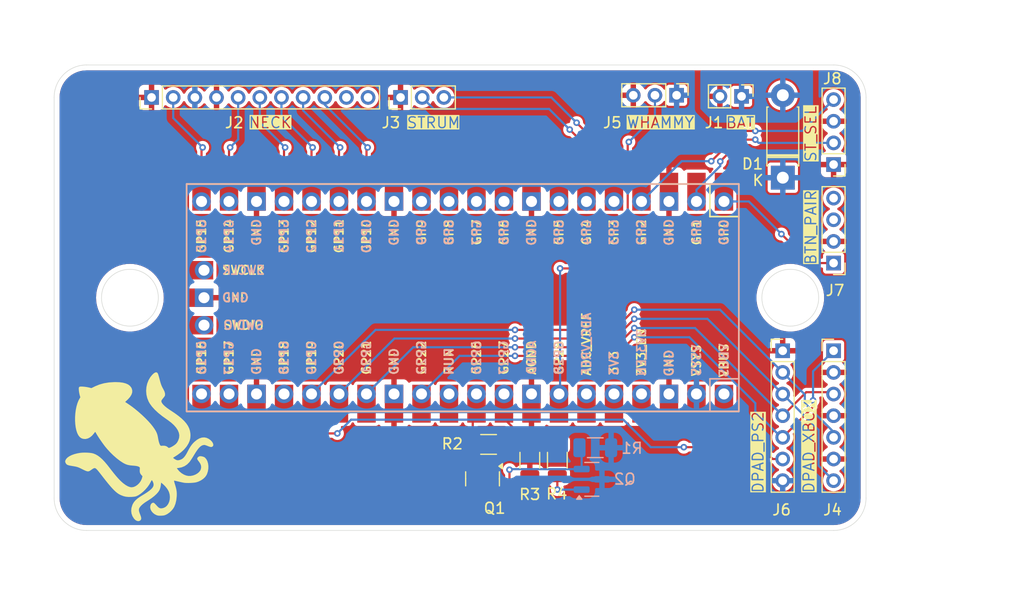
<source format=kicad_pcb>
(kicad_pcb (version 20240108) (generator "pcbnew") (generator_version "8.0")
  (layers (0 "F.Cu" signal) (31 "B.Cu" signal) (34 "B.Paste" user) (35 "F.Paste" user) (36 "B.SilkS" user "B.Silkscreen") (37 "F.SilkS" user "F.Silkscreen") (38 "B.Mask" user) (39 "F.Mask" user) (44 "Edge.Cuts" user))
  (net 0 "")
  (net 1 "GND")
  (net 9 "FRET_GREEN")
  (net 11 "FRET_YELLOW")
  (net 13 "NECK_SLIDER")
  (net 14 "FRET_BLUE")
  (net 17 "VCC")
  (net 18 "FRET_RED")
  (net 19 "FRET_ORANGE")
  (net 20 "STRUM_UP")
  (net 21 "STRUM_DOWN")
  (net 22 "DPAD_RIGHT")
  (net 23 "DPAD_LEFT")
  (net 24 "DPAD_DOWN")
  (net 25 "DPAD_UP")
  (net 26 "WHAMMY")
  (net 27 "PS2_LED")
  (net 28 "BTN_PAIRING")
  (net 31 "BTN_START")
  (net 32 "BTN_SELECT")
  (net 38 "Net-(Q1-B)")
  (net 39 "Net-(Q1-C)")
  (net 40 "Net-(Q2-D)")
  (net 41 "VBAT_SENSE_SWITCH")
  (net 42 "VBAT_SENSE")
  (net 43 "/VBAT")
  (footprint "Connector_PinHeader_2.00mm:PinHeader_1x11_P2.00mm_Vertical" (layer "F.Cu") (at 168 51 90)
    (property "Reference" "J2" (at -2.334 7.637 180) (layer "F.SilkS"))
    (property "Value" "NECK")
    (pad "1" thru_hole rect (at 0 0 90) (size 1.35 1.35) (drill 0.8) (layers "*.Cu" "*.Mask") (net 1 "GND"))
    (pad "2" thru_hole oval (at 0 2 90) (size 1.35 1.35) (drill 0.8) (layers "*.Cu" "*.Mask") (net 13 "NECK_SLIDER"))
    (pad "3" thru_hole oval (at 0 4 90) (size 1.35 1.35) (drill 0.8) (layers "*.Cu" "*.Mask") (net 17 "VCC"))
    (pad "4" thru_hole oval (at 0 6 90) (size 1.35 1.35) (drill 0.8) (layers "*.Cu" "*.Mask") (net 1 "GND"))
    (pad "5" thru_hole oval (at 0 8 90) (size 1.35 1.35) (drill 0.8) (layers "*.Cu" "*.Mask") (net 9 "FRET_GREEN"))
    (pad "6" thru_hole oval (at 0 10 90) (size 1.35 1.35) (drill 0.8) (layers "*.Cu" "*.Mask") (net 18 "FRET_RED"))
    (pad "7" thru_hole oval (at 0 12 90) (size 1.35 1.35) (drill 0.8) (layers "*.Cu" "*.Mask") (net 11 "FRET_YELLOW"))
    (pad "8" thru_hole oval (at 0 14 90) (size 1.35 1.35) (drill 0.8) (layers "*.Cu" "*.Mask") (net 14 "FRET_BLUE"))
    (pad "9" thru_hole oval (at 0 16 90) (size 1.35 1.35) (drill 0.8) (layers "*.Cu" "*.Mask") (net 19 "FRET_ORANGE"))
    (pad "10" thru_hole oval (at 0 18 90) (size 1.35 1.35) (drill 0.8) (layers "*.Cu" "*.Mask"))
    (pad "11" thru_hole oval (at 0 20 90) (size 1.35 1.35) (drill 0.8) (layers "*.Cu" "*.Mask"))
  )
  (footprint "Connector_PinHeader_2.00mm:PinHeader_1x04_P2.00mm_Vertical" (layer "F.Cu") (at 231 66.3 180)
    (property "Reference" "J7" (at -0.136 -2.528 0) (layer "F.SilkS"))
    (property "Value" "PAIRING_BTN_XBOX")
    (pad "1" thru_hole rect (at 0 0 180) (size 1.35 1.35) (drill 0.8) (layers "*.Cu" "*.Mask") (net 28 "BTN_PAIRING"))
    (pad "2" thru_hole oval (at 0 2 180) (size 1.35 1.35) (drill 0.8) (layers "*.Cu" "*.Mask") (net 1 "GND"))
    (pad "3" thru_hole oval (at 0 4 180) (size 1.35 1.35) (drill 0.8) (layers "*.Cu" "*.Mask"))
    (pad "4" thru_hole oval (at 0 6 180) (size 1.35 1.35) (drill 0.8) (layers "*.Cu" "*.Mask"))
  )
  (footprint "Package_TO_SOT_SMD:SOT-23" (layer "F.Cu") (at 198.5732 86.2293 -90)
    (property "Reference" "Q1" (at 2.7155 -1.1176 180) (layer "F.SilkS"))
    (property "Value" "BC847")
    (pad "1" smd roundrect (at -0.9375 -0.95 270) (size 1.475 0.6) (layers "F.Cu" "F.Paste" "F.Mask") (net 38 "Net-(Q1-B)"))
    (pad "2" smd roundrect (at -0.9375 0.95 270) (size 1.475 0.6) (layers "F.Cu" "F.Paste" "F.Mask") (net 1 "GND"))
    (pad "3" smd roundrect (at 0.9375 0 270) (size 1.475 0.6) (layers "F.Cu" "F.Paste" "F.Mask") (net 39 "Net-(Q1-C)"))
  )
  (footprint "Connector_PinHeader_2.00mm:PinHeader_1x02_P2.00mm_Vertical" (layer "F.Cu") (at 222.5 50.9 -90)
    (property "Reference" "J1" (at 2.434 2.54 180) (layer "F.SilkS"))
    (property "Value" "BAT")
    (pad "1" thru_hole rect (at 0 0 270) (size 1.35 1.35) (drill 0.8) (layers "*.Cu" "*.Mask") (net 43 "/VBAT"))
    (pad "2" thru_hole oval (at 0 2 270) (size 1.35 1.35) (drill 0.8) (layers "*.Cu" "*.Mask") (net 1 "GND"))
  )
  (footprint "Connector_PinHeader_2.00mm:PinHeader_1x03_P2.00mm_Vertical" (layer "F.Cu") (at 191 51 90)
    (property "Reference" "J3" (at -2.334 -0.885 180) (layer "F.SilkS"))
    (property "Value" "STRUM")
    (pad "1" thru_hole rect (at 0 0 90) (size 1.35 1.35) (drill 0.8) (layers "*.Cu" "*.Mask") (net 1 "GND"))
    (pad "2" thru_hole oval (at 0 2 90) (size 1.35 1.35) (drill 0.8) (layers "*.Cu" "*.Mask") (net 21 "STRUM_DOWN"))
    (pad "3" thru_hole oval (at 0 4 90) (size 1.35 1.35) (drill 0.8) (layers "*.Cu" "*.Mask") (net 20 "STRUM_UP"))
  )
  (footprint "ScottoKeebs_MCU:Raspberry_Pi_Pico" (layer "F.Cu") (at 196.744999 69.499999 -90)
    (property "Reference" "U1" (hide yes))
    (property "Value" "Raspberry_Pi_Pico" (hide yes))
    (fp_text user "GP2" (at -6.04 -16.51 90) (layer "B.SilkS") (effects (font (size 0.8 0.8)) (justify mirror)))
    (fp_text user "GP22" (at 5.54 3.81 90) (layer "B.SilkS") (effects (font (size 0.8 0.8)) (justify mirror)))
    (fp_text user "GP1" (at -6.04 -21.6 90) (layer "B.SilkS") (effects (font (size 0.8 0.8)) (justify mirror)))
    (fp_text user "GP15" (at -5.69 24.13 90) (layer "B.SilkS") (effects (font (size 0.8 0.8)) (justify mirror)))
    (fp_text user "GND" (at 6.04 -19.05 90) (layer "B.SilkS") (effects (font (size 0.8 0.8)) (justify mirror)))
    (fp_text user "GP10" (at -5.69 8.89 90) (layer "B.SilkS") (effects (font (size 0.8 0.8)) (justify mirror)))
    (fp_text user "GP13" (at -5.69 16.51 90) (layer "B.SilkS") (effects (font (size 0.8 0.8)) (justify mirror)))
    (fp_text user "VSYS" (at 5.79 -21.59 90) (layer "B.SilkS") (effects (font (size 0.8 0.8)) (justify mirror)))
    (fp_text user "GND" (at -6.04 6.35 90) (layer "B.SilkS") (effects (font (size 0.8 0.8)) (justify mirror)))
    (fp_text user "GP20" (at 5.54 11.43 90) (layer "B.SilkS") (effects (font (size 0.8 0.8)) (justify mirror)))
    (fp_text user "GP3" (at -6.04 -13.97 90) (layer "B.SilkS") (effects (font (size 0.8 0.8)) (justify mirror)))
    (fp_text user "GP19" (at 5.54 13.97 90) (layer "B.SilkS") (effects (font (size 0.8 0.8)) (justify mirror)))
    (fp_text user "GP5" (at -6.04 -8.89 90) (layer "B.SilkS") (effects (font (size 0.8 0.8)) (justify mirror)))
    (fp_text user "3V3_EN" (at 5.04 -16.51 90) (layer "B.SilkS") (effects (font (size 0.8 0.8)) (justify mirror)))
    (fp_text user "AGND" (at 5.54 -6.35 90) (layer "B.SilkS") (effects (font (size 0.8 0.8)) (justify mirror)))
    (fp_text user "GP21" (at 5.54 8.9 90) (layer "B.SilkS") (effects (font (size 0.8 0.8)) (justify mirror)))
    (fp_text user "GP14" (at -5.69 21.59 90) (layer "B.SilkS") (effects (font (size 0.8 0.8)) (justify mirror)))
    (fp_text user "GND" (at -6.04 19.05 90) (layer "B.SilkS") (effects (font (size 0.8 0.8)) (justify mirror)))
    (fp_text user "GP8" (at -6.04 1.27 90) (layer "B.SilkS") (effects (font (size 0.8 0.8)) (justify mirror)))
    (fp_text user "GP18" (at 5.54 16.51 90) (layer "B.SilkS") (effects (font (size 0.8 0.8)) (justify mirror)))
    (fp_text user "GP17" (at 5.54 21.59 90) (layer "B.SilkS") (effects (font (size 0.8 0.8)) (justify mirror)))
    (fp_text user "GND" (at -6.04 -6.35 90) (layer "B.SilkS") (effects (font (size 0.8 0.8)) (justify mirror)))
    (fp_text user "GP0" (at -6.04 -24.13 90) (layer "B.SilkS") (effects (font (size 0.8 0.8)) (justify mirror)))
    (fp_text user "GP12" (at -5.69 13.97 90) (layer "B.SilkS") (effects (font (size 0.8 0.8)) (justify mirror)))
    (fp_text user "ADC_VREF" (at 4.29 -11.43 90) (layer "B.SilkS") (effects (font (size 0.8 0.8)) (justify mirror)))
    (fp_text user "RUN" (at 5.89 1.27 90) (layer "B.SilkS") (effects (font (size 0.8 0.8)) (justify mirror)))
    (fp_text user "GP7" (at -6.04 -1.3 90) (layer "B.SilkS") (effects (font (size 0.8 0.8)) (justify mirror)))
    (fp_text user "GP26" (at 5.54 -1.27 90) (layer "B.SilkS") (effects (font (size 0.8 0.8)) (justify mirror)))
    (fp_text user "GND" (at -6.04 -19.05 90) (layer "B.SilkS") (effects (font (size 0.8 0.8)) (justify mirror)))
    (fp_text user "SWDIO" (at 2.54 20.25 0) (layer "B.SilkS") (effects (font (size 0.8 0.8)) (justify mirror)))
    (fp_text user "GP16" (at 5.54 24.13 90) (layer "B.SilkS") (effects (font (size 0.8 0.8)) (justify mirror)))
    (fp_text user "GP28" (at 5.54 -8.89 90) (layer "B.SilkS") (effects (font (size 0.8 0.8)) (justify mirror)))
    (fp_text user "VBUS" (at 5.79 -24.13 90) (layer "B.SilkS") (effects (font (size 0.8 0.8)) (justify mirror)))
    (fp_text user "GP9" (at -6.04 3.81 90) (layer "B.SilkS") (effects (font (size 0.8 0.8)) (justify mirror)))
    (fp_text user "3V3" (at 6.04 -13.97 90) (layer "B.SilkS") (effects (font (size 0.8 0.8)) (justify mirror)))
    (fp_text user "GND" (at 5.89 19.05 90) (layer "B.SilkS") (effects (font (size 0.8 0.8)) (justify mirror)))
    (fp_text user "GP4" (at -6.04 -11.43 90) (layer "B.SilkS") (effects (font (size 0.8 0.8)) (justify mirror)))
    (fp_text user "SWCLK" (at -2.54 20.25 0) (layer "B.SilkS") (effects (font (size 0.8 0.8)) (justify mirror)))
    (fp_text user "GP27" (at 5.54 -3.8 90) (layer "B.SilkS") (effects (font (size 0.8 0.8)) (justify mirror)))
    (fp_text user "GP11" (at -5.69 11.43 90) (layer "B.SilkS") (effects (font (size 0.8 0.8)) (justify mirror)))
    (fp_text user "GP6" (at -6.04 -3.81 90) (layer "B.SilkS") (effects (font (size 0.8 0.8)) (justify mirror)))
    (fp_text user "GND" (at 0 21 0) (layer "B.SilkS") (effects (font (size 0.8 0.8)) (justify mirror)))
    (fp_text user "GND" (at 5.89 6.35 90) (layer "B.SilkS") (effects (font (size 0.8 0.8)) (justify mirror)))
    (fp_text user "GP21" (at 5.54 8.9 90) (layer "F.SilkS") (effects (font (size 0.8 0.8))))
    (fp_text user "GND" (at 6.04 -19.05 90) (layer "F.SilkS") (effects (font (size 0.8 0.8))))
    (fp_text user "GP2" (at -6.04 -16.51 90) (layer "F.SilkS") (effects (font (size 0.8 0.8))))
    (fp_text user "GND" (at -6.04 6.35 90) (layer "F.SilkS") (effects (font (size 0.8 0.8))))
    (fp_text user "GP0" (at -6.04 -24.13 90) (layer "F.SilkS") (effects (font (size 0.8 0.8))))
    (fp_text user "GP9" (at -6.04 3.81 90) (layer "F.SilkS") (effects (font (size 0.8 0.8))))
    (fp_text user "GP4" (at -6.04 -11.43 90) (layer "F.SilkS") (effects (font (size 0.8 0.8))))
    (fp_text user "GND" (at -6.04 -6.35 90) (layer "F.SilkS") (effects (font (size 0.8 0.8))))
    (fp_text user "GP28" (at 5.54 -8.89 90) (layer "F.SilkS") (effects (font (size 0.8 0.8))))
    (fp_text user "SWDIO" (at 2.54 20.25 0) (layer "F.SilkS") (effects (font (size 0.8 0.8))))
    (fp_text user "AGND" (at 5.54 -6.35 90) (layer "F.SilkS") (effects (font (size 0.8 0.8))))
    (fp_text user "GP17" (at 5.54 21.59 90) (layer "F.SilkS") (effects (font (size 0.8 0.8))))
    (fp_text user "GP11" (at -5.69 11.43 90) (layer "F.SilkS") (effects (font (size 0.8 0.8))))
    (fp_text user "GND" (at 0 21 0) (layer "F.SilkS") (effects (font (size 0.8 0.8))))
    (fp_text user "GP19" (at 5.54 13.97 90) (layer "F.SilkS") (effects (font (size 0.8 0.8))))
    (fp_text user "3V3" (at 6.04 -13.97 90) (layer "F.SilkS") (effects (font (size 0.8 0.8))))
    (fp_text user "GP5" (at -6.04 -8.89 90) (layer "F.SilkS") (effects (font (size 0.8 0.8))))
    (fp_text user "GP15" (at -5.69 24.13 90) (layer "F.SilkS") (effects (font (size 0.8 0.8))))
    (fp_text user "GP18" (at 5.54 16.51 90) (layer "F.SilkS") (effects (font (size 0.8 0.8))))
    (fp_text user "3V3_EN" (at 5.04 -16.51 90) (layer "F.SilkS") (effects (font (size 0.8 0.8))))
    (fp_text user "GP27" (at 5.54 -3.8 90) (layer "F.SilkS") (effects (font (size 0.8 0.8))))
    (fp_text user "GP26" (at 5.54 -1.27 90) (layer "F.SilkS") (effects (font (size 0.8 0.8))))
    (fp_text user "VBUS" (at 5.79 -24.13 90) (layer "F.SilkS") (effects (font (size 0.8 0.8))))
    (fp_text user "GP16" (at 5.54 24.13 90) (layer "F.SilkS") (effects (font (size 0.8 0.8))))
    (fp_text user "GP7" (at -6.04 -1.3 90) (layer "F.SilkS") (effects (font (size 0.8 0.8))))
    (fp_text user "GND" (at -6.04 19.05 90) (layer "F.SilkS") (effects (font (size 0.8 0.8))))
    (fp_text user "SWCLK" (at -2.54 20.25 0) (layer "F.SilkS") (effects (font (size 0.8 0.8))))
    (fp_text user "GP12" (at -5.69 13.97 90) (layer "F.SilkS") (effects (font (size 0.8 0.8))))
    (fp_text user "RUN" (at 5.89 1.27 90) (layer "F.SilkS") (effects (font (size 0.8 0.8))))
    (fp_text user "GP10" (at -5.69 8.89 90) (layer "F.SilkS") (effects (font (size 0.8 0.8))))
    (fp_text user "GP20" (at 5.54 11.43 90) (layer "F.SilkS") (effects (font (size 0.8 0.8))))
    (fp_text user "GP22" (at 5.54 3.81 90) (layer "F.SilkS") (effects (font (size 0.8 0.8))))
    (fp_text user "GP13" (at -5.69 16.51 90) (layer "F.SilkS") (effects (font (size 0.8 0.8))))
    (fp_text user "GND" (at 5.89 6.35 90) (layer "F.SilkS") (effects (font (size 0.8 0.8))))
    (fp_text user "VSYS" (at 5.79 -21.59 90) (layer "F.SilkS") (effects (font (size 0.8 0.8))))
    (fp_text user "ADC_VREF" (at 4.29 -11.43 90) (layer "F.SilkS") (effects (font (size 0.8 0.8))))
    (fp_text user "GP6" (at -6.04 -3.81 90) (layer "F.SilkS") (effects (font (size 0.8 0.8))))
    (fp_text user "GP3" (at -6.04 -13.97 90) (layer "F.SilkS") (effects (font (size 0.8 0.8))))
    (fp_text user "GP8" (at -6.04 1.27 90) (layer "F.SilkS") (effects (font (size 0.8 0.8))))
    (fp_text user "GP14" (at -5.69 21.59 90) (layer "F.SilkS") (effects (font (size 0.8 0.8))))
    (fp_text user "GND" (at -6.04 -19.05 90) (layer "F.SilkS") (effects (font (size 0.8 0.8))))
    (fp_text user "GND" (at 5.89 19.05 90) (layer "F.SilkS") (effects (font (size 0.8 0.8))))
    (fp_text user "GP1" (at -6.04 -21.6 90) (layer "F.SilkS") (effects (font (size 0.8 0.8))))
    (pad "1" thru_hole oval (at -8.89 -24.13 270) (size 1.7 1.7) (drill 1.02) (layers "*.Cu" "*.Mask") (net 28 "BTN_PAIRING"))
    (pad "1" smd rect (at -8.89 -24.13 270) (size 3.5 1.7) (drill (offset -0.9 0)) (layers "F.Cu" "F.Mask") (net 28 "BTN_PAIRING"))
    (pad "2" thru_hole oval (at -8.89 -21.59 270) (size 1.7 1.7) (drill 1.02) (layers "*.Cu" "*.Mask") (net 31 "BTN_START"))
    (pad "2" smd rect (at -8.89 -21.59 270) (size 3.5 1.7) (drill (offset -0.9 0)) (layers "F.Cu" "F.Mask") (net 31 "BTN_START"))
    (pad "3" thru_hole rect (at -8.89 -19.05 270) (size 1.7 1.7) (drill 1.02) (layers "*.Cu" "*.Mask") (net 1 "GND"))
    (pad "3" smd rect (at -8.89 -19.05 270) (size 3.5 1.7) (drill (offset -0.9 0)) (layers "F.Cu" "F.Mask") (net 1 "GND"))
    (pad "4" thru_hole oval (at -8.89 -16.51 270) (size 1.7 1.7) (drill 1.02) (layers "*.Cu" "*.Mask") (net 32 "BTN_SELECT"))
    (pad "4" smd rect (at -8.89 -16.51 270) (size 3.5 1.7) (drill (offset -0.9 0)) (layers "F.Cu" "F.Mask") (net 32 "BTN_SELECT"))
    (pad "5" thru_hole oval (at -8.89 -13.97 270) (size 1.7 1.7) (drill 1.02) (layers "*.Cu" "*.Mask") (net 20 "STRUM_UP"))
    (pad "5" smd rect (at -8.89 -13.97 270) (size 3.5 1.7) (drill (offset -0.9 0)) (layers "F.Cu" "F.Mask") (net 20 "STRUM_UP"))
    (pad "6" thru_hole oval (at -8.89 -11.43 270) (size 1.7 1.7) (drill 1.02) (layers "*.Cu" "*.Mask") (net 21 "STRUM_DOWN"))
    (pad "6" smd rect (at -8.89 -11.43 270) (size 3.5 1.7) (drill (offset -0.9 0)) (layers "F.Cu" "F.Mask") (net 21 "STRUM_DOWN"))
    (pad "7" thru_hole oval (at -8.89 -8.89 270) (size 1.7 1.7) (drill 1.02) (layers "*.Cu" "*.Mask"))
    (pad "7" smd rect (at -8.89 -8.89 270) (size 3.5 1.7) (drill (offset -0.9 0)) (layers "F.Cu" "F.Mask"))
    (pad "8" thru_hole rect (at -8.89 -6.35 270) (size 1.7 1.7) (drill 1.02) (layers "*.Cu" "*.Mask") (net 1 "GND"))
    (pad "8" smd rect (at -8.89 -6.35 270) (size 3.5 1.7) (drill (offset -0.9 0)) (layers "F.Cu" "F.Mask") (net 1 "GND"))
    (pad "9" thru_hole oval (at -8.89 -3.81 270) (size 1.7 1.7) (drill 1.02) (layers "*.Cu" "*.Mask"))
    (pad "9" smd rect (at -8.89 -3.81 270) (size 3.5 1.7) (drill (offset -0.9 0)) (layers "F.Cu" "F.Mask"))
    (pad "10" thru_hole oval (at -8.89 -1.27 270) (size 1.7 1.7) (drill 1.02) (layers "*.Cu" "*.Mask"))
    (pad "10" smd rect (at -8.89 -1.27 270) (size 3.5 1.7) (drill (offset -0.9 0)) (layers "F.Cu" "F.Mask"))
    (pad "11" thru_hole oval (at -8.89 1.27 270) (size 1.7 1.7) (drill 1.02) (layers "*.Cu" "*.Mask"))
    (pad "11" smd rect (at -8.89 1.27 270) (size 3.5 1.7) (drill (offset -0.9 0)) (layers "F.Cu" "F.Mask"))
    (pad "12" thru_hole oval (at -8.89 3.81 270) (size 1.7 1.7) (drill 1.02) (layers "*.Cu" "*.Mask"))
    (pad "12" smd rect (at -8.89 3.81 270) (size 3.5 1.7) (drill (offset -0.9 0)) (layers "F.Cu" "F.Mask"))
    (pad "13" thru_hole rect (at -8.89 6.35 270) (size 1.7 1.7) (drill 1.02) (layers "*.Cu" "*.Mask") (net 1 "GND"))
    (pad "13" smd rect (at -8.89 6.35 270) (size 3.5 1.7) (drill (offset -0.9 0)) (layers "F.Cu" "F.Mask") (net 1 "GND"))
    (pad "14" thru_hole oval (at -8.89 8.89 270) (size 1.7 1.7) (drill 1.02) (layers "*.Cu" "*.Mask") (net 19 "FRET_ORANGE"))
    (pad "14" smd rect (at -8.89 8.89 270) (size 3.5 1.7) (drill (offset -0.9 0)) (layers "F.Cu" "F.Mask") (net 19 "FRET_ORANGE"))
    (pad "15" thru_hole oval (at -8.89 11.43 270) (size 1.7 1.7) (drill 1.02) (layers "*.Cu" "*.Mask") (net 14 "FRET_BLUE"))
    (pad "15" smd rect (at -8.89 11.43 270) (size 3.5 1.7) (drill (offset -0.9 0)) (layers "F.Cu" "F.Mask") (net 14 "FRET_BLUE"))
    (pad "16" thru_hole oval (at -8.89 13.97 270) (size 1.7 1.7) (drill 1.02) (layers "*.Cu" "*.Mask") (net 11 "FRET_YELLOW"))
    (pad "16" smd rect (at -8.89 13.97 270) (size 3.5 1.7) (drill (offset -0.9 0)) (layers "F.Cu" "F.Mask") (net 11 "FRET_YELLOW"))
    (pad "17" thru_hole oval (at -8.89 16.51 270) (size 1.7 1.7) (drill 1.02) (layers "*.Cu" "*.Mask") (net 18 "FRET_RED"))
    (pad "17" smd rect (at -8.89 16.51 270) (size 3.5 1.7) (drill (offset -0.9 0)) (layers "F.Cu" "F.Mask") (net 18 "FRET_RED"))
    (pad "18" thru_hole rect (at -8.89 19.05 270) (size 1.7 1.7) (drill 1.02) (layers "*.Cu" "*.Mask") (net 1 "GND"))
    (pad "18" smd rect (at -8.89 19.05 270) (size 3.5 1.7) (drill (offset -0.9 0)) (layers "F.Cu" "F.Mask") (net 1 "GND"))
    (pad "19" thru_hole oval (at -8.89 21.59 270) (size 1.7 1.7) (drill 1.02) (layers "*.Cu" "*.Mask") (net 9 "FRET_GREEN"))
    (pad "19" smd rect (at -8.89 21.59 270) (size 3.5 1.7) (drill (offset -0.9 0)) (layers "F.Cu" "F.Mask") (net 9 "FRET_GREEN"))
    (pad "20" thru_hole oval (at -8.89 24.13 270) (size 1.7 1.7) (drill 1.02) (layers "*.Cu" "*.Mask") (net 13 "NECK_SLIDER"))
    (pad "20" smd rect (at -8.89 24.13 270) (size 3.5 1.7) (drill (offset -0.9 0)) (layers "F.Cu" "F.Mask") (net 13 "NECK_SLIDER"))
    (pad "21" thru_hole oval (at 8.89 24.13 270) (size 1.7 1.7) (drill 1.02) (layers "*.Cu" "*.Mask"))
    (pad "21" smd rect (at 8.89 24.13 270) (size 3.5 1.7) (drill (offset 0.9 0)) (layers "F.Cu" "F.Mask"))
    (pad "22" thru_hole oval (at 8.89 21.59 270) (size 1.7 1.7) (drill 1.02) (layers "*.Cu" "*.Mask"))
    (pad "22" smd rect (at 8.89 21.59 270) (size 3.5 1.7) (drill (offset 0.9 0)) (layers "F.Cu" "F.Mask"))
    (pad "23" thru_hole rect (at 8.89 19.05 270) (size 1.7 1.7) (drill 1.02) (layers "*.Cu" "*.Mask") (net 1 "GND"))
    (pad "23" smd rect (at 8.89 19.05 270) (size 3.5 1.7) (drill (offset 0.9 0)) (layers "F.Cu" "F.Mask") (net 1 "GND"))
    (pad "24" thru_hole oval (at 8.89 16.51 270) (size 1.7 1.7) (drill 1.02) (layers "*.Cu" "*.Mask") (net 27 "PS2_LED"))
    (pad "24" smd rect (at 8.89 16.51 270) (size 3.5 1.7) (drill (offset 0.9 0)) (layers "F.Cu" "F.Mask") (net 27 "PS2_LED"))
    (pad "25" thru_hole oval (at 8.89 13.97 270) (size 1.7 1.7) (drill 1.02) (layers "*.Cu" "*.Mask") (net 25 "DPAD_UP"))
    (pad "25" smd rect (at 8.89 13.97 270) (size 3.5 1.7) (drill (offset 0.9 0)) (layers "F.Cu" "F.Mask") (net 25 "DPAD_UP"))
    (pad "26" thru_hole oval (at 8.89 11.43 270) (size 1.7 1.7) (drill 1.02) (layers "*.Cu" "*.Mask") (net 24 "DPAD_DOWN"))
    (pad "26" smd rect (at 8.89 11.43 270) (size 3.5 1.7) (drill (offset 0.9 0)) (layers "F.Cu" "F.Mask") (net 24 "DPAD_DOWN"))
    (pad "27" thru_hole oval (at 8.89 8.89 270) (size 1.7 1.7) (drill 1.02) (layers "*.Cu" "*.Mask") (net 23 "DPAD_LEFT"))
    (pad "27" smd rect (at 8.89 8.89 270) (size 3.5 1.7) (drill (offset 0.9 0)) (layers "F.Cu" "F.Mask") (net 23 "DPAD_LEFT"))
    (pad "28" thru_hole rect (at 8.89 6.35 270) (size 1.7 1.7) (drill 1.02) (layers "*.Cu" "*.Mask") (net 1 "GND"))
    (pad "28" smd rect (at 8.89 6.35 270) (size 3.5 1.7) (drill (offset 0.9 0)) (layers "F.Cu" "F.Mask") (net 1 "GND"))
    (pad "29" thru_hole oval (at 8.89 3.81 270) (size 1.7 1.7) (drill 1.02) (layers "*.Cu" "*.Mask") (net 22 "DPAD_RIGHT"))
    (pad "29" smd rect (at 8.89 3.81 270) (size 3.5 1.7) (drill (offset 0.9 0)) (layers "F.Cu" "F.Mask") (net 22 "DPAD_RIGHT"))
    (pad "30" thru_hole oval (at 8.89 1.27 270) (size 1.7 1.7) (drill 1.02) (layers "*.Cu" "*.Mask"))
    (pad "30" smd rect (at 8.89 1.27 270) (size 3.5 1.7) (drill (offset 0.9 0)) (layers "F.Cu" "F.Mask"))
    (pad "31" thru_hole oval (at 8.89 -1.27 270) (size 1.7 1.7) (drill 1.02) (layers "*.Cu" "*.Mask") (net 41 "VBAT_SENSE_SWITCH"))
    (pad "31" smd rect (at 8.89 -1.27 270) (size 3.5 1.7) (drill (offset 0.9 0)) (layers "F.Cu" "F.Mask") (net 41 "VBAT_SENSE_SWITCH"))
    (pad "32" thru_hole oval (at 8.89 -3.81 270) (size 1.7 1.7) (drill 1.02) (layers "*.Cu" "*.Mask") (net 42 "VBAT_SENSE"))
    (pad "32" smd rect (at 8.89 -3.81 270) (size 3.5 1.7) (drill (offset 0.9 0)) (layers "F.Cu" "F.Mask") (net 42 "VBAT_SENSE"))
    (pad "33" thru_hole rect (at 8.89 -6.35 270) (size 1.7 1.7) (drill 1.02) (layers "*.Cu" "*.Mask") (net 1 "GND"))
    (pad "33" smd rect (at 8.89 -6.35 270) (size 3.5 1.7) (drill (offset 0.9 0)) (layers "F.Cu" "F.Mask") (net 1 "GND"))
    (pad "34" thru_hole oval (at 8.89 -8.89 270) (size 1.7 1.7) (drill 1.02) (layers "*.Cu" "*.Mask") (net 26 "WHAMMY"))
    (pad "34" smd rect (at 8.89 -8.89 270) (size 3.5 1.7) (drill (offset 0.9 0)) (layers "F.Cu" "F.Mask") (net 26 "WHAMMY"))
    (pad "35" thru_hole oval (at 8.89 -11.43 270) (size 1.7 1.7) (drill 1.02) (layers "*.Cu" "*.Mask"))
    (pad "35" smd rect (at 8.89 -11.43 270) (size 3.5 1.7) (drill (offset 0.9 0)) (layers "F.Cu" "F.Mask"))
    (pad "36" thru_hole oval (at 8.89 -13.97 270) (size 1.7 1.7) (drill 1.02) (layers "*.Cu" "*.Mask"))
    (pad "36" smd rect (at 8.89 -13.97 270) (size 3.5 1.7) (drill (offset 0.9 0)) (layers "F.Cu" "F.Mask"))
    (pad "37" thru_hole oval (at 8.89 -16.51 270) (size 1.7 1.7) (drill 1.02) (layers "*.Cu" "*.Mask"))
    (pad "37" smd rect (at 8.89 -16.51 270) (size 3.5 1.7) (drill (offset 0.9 0)) (layers "F.Cu" "F.Mask"))
    (pad "38" thru_hole rect (at 8.89 -19.05 270) (size 1.7 1.7) (drill 1.02) (layers "*.Cu" "*.Mask") (net 1 "GND"))
    (pad "38" smd rect (at 8.89 -19.05 270) (size 3.5 1.7) (drill (offset 0.9 0)) (layers "F.Cu" "F.Mask") (net 1 "GND"))
    (pad "39" thru_hole oval (at 8.89 -21.59 270) (size 1.7 1.7) (drill 1.02) (layers "*.Cu" "*.Mask") (net 17 "VCC"))
    (pad "39" smd rect (at 8.89 -21.59 270) (size 3.5 1.7) (drill (offset 0.9 0)) (layers "F.Cu" "F.Mask") (net 17 "VCC"))
    (pad "40" thru_hole oval (at 8.89 -24.13 270) (size 1.7 1.7) (drill 1.02) (layers "*.Cu" "*.Mask"))
    (pad "40" smd rect (at 8.89 -24.13 270) (size 3.5 1.7) (drill (offset 0.9 0)) (layers "F.Cu" "F.Mask"))
    (pad "41" thru_hole oval (at -2.54 23.9 270) (size 1.7 1.7) (drill 1.02) (layers "*.Cu" "*.Mask"))
    (pad "41" smd rect (at -2.54 23.9) (size 3.5 1.7) (drill (offset -0.9 0)) (layers "F.Cu" "F.Mask"))
    (pad "42" thru_hole rect (at 0 23.9 270) (size 1.7 1.7) (drill 1.02) (layers "*.Cu" "*.Mask") (net 1 "GND"))
    (pad "42" smd rect (at 0 23.9) (size 3.5 1.7) (drill (offset -0.9 0)) (layers "F.Cu" "F.Mask") (net 1 "GND"))
    (pad "43" thru_hole oval (at 2.54 23.9 270) (size 1.7 1.7) (drill 1.02) (layers "*.Cu" "*.Mask"))
    (pad "43" smd rect (at 2.54 23.9) (size 3.5 1.7) (drill (offset -0.9 0)) (layers "F.Cu" "F.Mask"))
  )
  (footprint "Connector_PinHeader_2.00mm:PinHeader_1x07_P2.00mm_Vertical" (layer "F.Cu") (at 226.3 74.4)
    (property "Reference" "J6" (at -0.1 14.7 0) (layer "F.SilkS"))
    (property "Value" "DPAD_PS2")
    (pad "1" thru_hole rect (at 0 0) (size 1.35 1.35) (drill 0.8) (layers "*.Cu" "*.Mask") (net 1 "GND"))
    (pad "2" thru_hole oval (at 0 2) (size 1.35 1.35) (drill 0.8) (layers "*.Cu" "*.Mask") (net 25 "DPAD_UP"))
    (pad "3" thru_hole oval (at 0 4) (size 1.35 1.35) (drill 0.8) (layers "*.Cu" "*.Mask") (net 24 "DPAD_DOWN"))
    (pad "4" thru_hole oval (at 0 6) (size 1.35 1.35) (drill 0.8) (layers "*.Cu" "*.Mask") (net 23 "DPAD_LEFT"))
    (pad "5" thru_hole oval (at 0 8) (size 1.35 1.35) (drill 0.8) (layers "*.Cu" "*.Mask") (net 22 "DPAD_RIGHT"))
    (pad "6" thru_hole oval (at 0 10) (size 1.35 1.35) (drill 0.8) (layers "*.Cu" "*.Mask") (net 27 "PS2_LED"))
    (pad "7" thru_hole oval (at 0 12) (size 1.35 1.35) (drill 0.8) (layers "*.Cu" "*.Mask") (net 17 "VCC"))
  )
  (footprint "Resistor_SMD:R_1206_3216Metric" (layer "F.Cu") (at 199.132 83.052 180)
    (property "Reference" "R2" (at 3.3528 0.0508 0) (layer "F.SilkS"))
    (property "Value" "100k")
    (pad "1" smd roundrect (at -1.4625 0 180) (size 1.125 1.75) (layers "F.Cu" "F.Paste" "F.Mask") (roundrect_rratio 0.222222) (net 38 "Net-(Q1-B)"))
    (pad "2" smd roundrect (at 1.4625 0 180) (size 1.125 1.75) (layers "F.Cu" "F.Paste" "F.Mask") (roundrect_rratio 0.222222) (net 41 "VBAT_SENSE_SWITCH"))
  )
  (footprint "LOGO" (layer "F.Cu") (at 166.874 83.306 90)
    (property "Reference" "G***" (hide yes))
    (property "Value" "LOGO" (hide yes))
  )
  (footprint "Diode_THT:D_DO-41_SOD81_P7.62mm_Horizontal" (layer "F.Cu") (at 226.31 58.414 90)
    (property "Reference" "D1" (at 1.27 -2.794 180) (layer "F.SilkS"))
    (property "Value" "1N5817")
    (fp_text user "K" (at -0.254 -2.286 180) (layer "F.SilkS"))
    (pad "1" thru_hole rect (at 0 0 90) (size 2.2 2.2) (drill 1.1) (layers "*.Cu" "*.Mask") (net 17 "VCC"))
    (pad "2" thru_hole oval (at 7.62 0 90) (size 2.2 2.2) (drill 1.1) (layers "*.Cu" "*.Mask") (net 43 "/VBAT"))
  )
  (footprint "Resistor_SMD:R_1206_3216Metric" (layer "F.Cu") (at 205.482 84.5145 90)
    (property "Reference" "R3" (at -3.1603 -2.54 180) (layer "F.SilkS"))
    (property "Value" "100k")
    (pad "1" smd roundrect (at -1.4625 0 90) (size 1.125 1.75) (layers "F.Cu" "F.Paste" "F.Mask") (roundrect_rratio 0.222222) (net 40 "Net-(Q2-D)"))
    (pad "2" smd roundrect (at 1.4625 0 90) (size 1.125 1.75) (layers "F.Cu" "F.Paste" "F.Mask") (roundrect_rratio 0.222222) (net 42 "VBAT_SENSE"))
  )
  (footprint "Connector_PinHeader_2.00mm:PinHeader_1x04_P2.00mm_Vertical" (layer "F.Cu") (at 231 57.2 180)
    (property "Reference" "J8" (at 0.118 7.93 0) (layer "F.SilkS"))
    (property "Value" "ST_SEL")
    (pad "1" thru_hole rect (at 0 0 180) (size 1.35 1.35) (drill 0.8) (layers "*.Cu" "*.Mask") (net 1 "GND"))
    (pad "2" thru_hole oval (at 0 2 180) (size 1.35 1.35) (drill 0.8) (layers "*.Cu" "*.Mask") (net 31 "BTN_START"))
    (pad "3" thru_hole oval (at 0 4 180) (size 1.35 1.35) (drill 0.8) (layers "*.Cu" "*.Mask") (net 1 "GND"))
    (pad "4" thru_hole oval (at 0 6 180) (size 1.35 1.35) (drill 0.8) (layers "*.Cu" "*.Mask") (net 32 "BTN_SELECT"))
  )
  (footprint "Connector_PinHeader_2.00mm:PinHeader_1x03_P2.00mm_Vertical" (layer "F.Cu") (at 216.5 50.8 -90)
    (property "Reference" "J5" (at 2.534 5.938 180) (layer "F.SilkS"))
    (property "Value" "WHAMMY")
    (pad "1" thru_hole rect (at 0 0 270) (size 1.35 1.35) (drill 0.8) (layers "*.Cu" "*.Mask") (net 17 "VCC"))
    (pad "2" thru_hole oval (at 0 2 270) (size 1.35 1.35) (drill 0.8) (layers "*.Cu" "*.Mask") (net 26 "WHAMMY"))
    (pad "3" thru_hole oval (at 0 4 270) (size 1.35 1.35) (drill 0.8) (layers "*.Cu" "*.Mask") (net 1 "GND"))
  )
  (footprint "Resistor_SMD:R_1206_3216Metric" (layer "F.Cu") (at 202.942 84.5145 -90)
    (property "Reference" "R4" (at 3.1095 -2.4892 180) (layer "F.SilkS"))
    (property "Value" "330k")
    (pad "1" smd roundrect (at -1.4625 0 270) (size 1.125 1.75) (layers "F.Cu" "F.Paste" "F.Mask") (roundrect_rratio 0.222222) (net 42 "VBAT_SENSE"))
    (pad "2" smd roundrect (at 1.4625 0 270) (size 1.125 1.75) (layers "F.Cu" "F.Paste" "F.Mask") (roundrect_rratio 0.222222) (net 1 "GND"))
  )
  (footprint "Connector_PinHeader_2.00mm:PinHeader_1x07_P2.00mm_Vertical" (layer "F.Cu") (at 231 74.4)
    (property "Reference" "J4" (at -0.1 14.7 0) (layer "F.SilkS"))
    (property "Value" "DPAD_XBOX")
    (pad "1" thru_hole rect (at 0 0) (size 1.35 1.35) (drill 0.8) (layers "*.Cu" "*.Mask") (net 22 "DPAD_RIGHT"))
    (pad "2" thru_hole oval (at 0 2) (size 1.35 1.35) (drill 0.8) (layers "*.Cu" "*.Mask") (net 1 "GND"))
    (pad "3" thru_hole oval (at 0 4) (size 1.35 1.35) (drill 0.8) (layers "*.Cu" "*.Mask") (net 23 "DPAD_LEFT"))
    (pad "4" thru_hole oval (at 0 6) (size 1.35 1.35) (drill 0.8) (layers "*.Cu" "*.Mask") (net 1 "GND"))
    (pad "5" thru_hole oval (at 0 8) (size 1.35 1.35) (drill 0.8) (layers "*.Cu" "*.Mask") (net 25 "DPAD_UP"))
    (pad "6" thru_hole oval (at 0 10) (size 1.35 1.35) (drill 0.8) (layers "*.Cu" "*.Mask") (net 1 "GND"))
    (pad "7" thru_hole oval (at 0 12) (size 1.35 1.35) (drill 0.8) (layers "*.Cu" "*.Mask") (net 24 "DPAD_DOWN"))
  )
  (footprint "Resistor_SMD:R_1206_3216Metric" (layer "B.Cu") (at 208.9872 83.3568)
    (property "Reference" "R1" (at 3.3889 0.0508 0) (layer "B.SilkS") (effects (justify mirror)))
    (property "Value" "100k")
    (pad "1" smd roundrect (at -1.4625 0) (size 1.125 1.75) (layers "B.Cu" "B.Paste" "B.Mask") (roundrect_rratio 0.222222) (net 39 "Net-(Q1-C)"))
    (pad "2" smd roundrect (at 1.4625 0) (size 1.125 1.75) (layers "B.Cu" "B.Paste" "B.Mask") (roundrect_rratio 0.222222) (net 17 "VCC"))
  )
  (footprint "Package_TO_SOT_SMD:SOT-23" (layer "B.Cu") (at 208.6677 86.2778)
    (property "Reference" "Q2" (at 3.048 -0.0254 0) (layer "B.SilkS") (effects (justify mirror)))
    (property "Value" "IRF5305")
    (pad "1" smd roundrect (at -0.9375 0.95) (size 1.475 0.6) (layers "B.Cu" "B.Paste" "B.Mask") (net 40 "Net-(Q2-D)"))
    (pad "2" smd roundrect (at -0.9375 -0.95) (size 1.475 0.6) (layers "B.Cu" "B.Paste" "B.Mask") (net 39 "Net-(Q1-C)"))
    (pad "3" smd roundrect (at 0.9375 0) (size 1.475 0.6) (layers "B.Cu" "B.Paste" "B.Mask") (net 17 "VCC"))
  )
  (gr_arc (start 233.999999 87.999999) (mid 233.121319 90.121319) (end 230.999999 90.999999) (stroke (width 0.05)) (layer "Edge.Cuts"))
  (gr_line (start 233.999999 50.999999) (end 233.999999 87.999999) (stroke (width 0.05)) (layer "Edge.Cuts"))
  (gr_arc (start 158.999999 50.999999) (mid 159.878679 48.878679) (end 161.999999 47.999999) (stroke (width 0.05)) (layer "Edge.Cuts"))
  (gr_line (start 230.999999 90.999999) (end 161.999999 90.999999) (stroke (width 0.05)) (layer "Edge.Cuts"))
  (gr_arc (start 230.999999 47.999999) (mid 233.121319 48.878679) (end 233.999999 50.999999) (stroke (width 0.05)) (layer "Edge.Cuts"))
  (gr_line (start 158.999999 87.999999) (end 158.999999 50.999999) (stroke (width 0.05)) (layer "Edge.Cuts"))
  (gr_line (start 161.999999 47.999999) (end 230.999999 47.999999) (stroke (width 0.05)) (layer "Edge.Cuts"))
  (gr_arc (start 161.999999 90.999999) (mid 159.878679 90.121319) (end 158.999999 87.999999) (stroke (width 0.05)) (layer "Edge.Cuts"))
  (gr_circle (center 165.999999 69.499999) (end 168.624999 69.499999) (stroke (width 0.05)) (fill none) (layer "Edge.Cuts"))
  (gr_circle (center 226.999999 69.499999) (end 229.624999 69.499999) (stroke (width 0.05)) (fill none) (layer "Edge.Cuts"))
  (gr_text "BTN_PAIR" (at 228.9008 66.542 90) (layer "F.SilkS" knockout) (effects (font (size 1 1) (thickness 0.125)) (justify left)))
  (gr_text "ST_SEL\n" (at 228.9008 57.017 90) (layer "F.SilkS" knockout) (effects (font (size 1 1) (thickness 0.125)) (justify left)))
  (gr_text "BAT" (at 220.976 53.334 0) (layer "F.SilkS" knockout) (effects (font (size 1 1) (thickness 0.125)) (justify left)))
  (gr_text "NECK\n" (at 176.907 53.334 0) (layer "F.SilkS" knockout) (effects (font (size 1 1) (thickness 0.125)) (justify left)))
  (gr_text "DPAD_PS2\n" (at 224.024 87.624 90) (layer "F.SilkS" knockout) (effects (font (size 1 1) (thickness 0.125)) (justify left)))
  (gr_text "WHAMMY" (at 211.832 53.334 0) (layer "F.SilkS" knockout) (effects (font (size 1 1) (thickness 0.125)) (justify left)))
  (gr_text "DPAD_XBOX" (at 228.723 87.624 90) (layer "F.SilkS" knockout) (effects (font (size 1 1) (thickness 0.125)) (justify left)))
  (gr_text "STRUM" (at 191.512 53.334 0) (layer "F.SilkS" knockout) (effects (font (size 1 1) (thickness 0.125)) (justify left)))
  (segment (start 175.154999 55.721001) (end 175.256 55.62) (width 0.2) (layer "F.Cu") (net 9))
  (segment (start 175.154999 60.609999) (end 175.154999 55.721001) (width 0.2) (layer "F.Cu") (net 9))
  (via (at 175.256 55.62) (size 0.6) (drill 0.3) (layers "F.Cu" "B.Cu") (net 9))
  (segment (start 176 51) (end 176 54.876) (width 0.2) (layer "B.Cu") (net 9))
  (segment (start 176 54.876) (end 175.256 55.62) (width 0.2) (layer "B.Cu") (net 9))
  (segment (start 182.774999 55.721001) (end 182.876 55.62) (width 0.2) (layer "F.Cu") (net 11))
  (segment (start 182.774999 60.609999) (end 182.774999 55.721001) (width 0.2) (layer "F.Cu") (net 11))
  (via (at 182.876 55.62) (size 0.6) (drill 0.3) (layers "F.Cu" "B.Cu") (net 11))
  (segment (start 180 51) (end 180 52.744) (width 0.2) (layer "B.Cu") (net 11))
  (segment (start 180 52.744) (end 182.876 55.62) (width 0.2) (layer "B.Cu") (net 11))
  (segment (start 172.614999 60.609999) (end 172.614999 55.721001) (width 0.2) (layer "F.Cu") (net 13))
  (segment (start 172.614999 55.721001) (end 172.716 55.62) (width 0.2) (layer "F.Cu") (net 13))
  (via (at 172.716 55.62) (size 0.6) (drill 0.3) (layers "F.Cu" "B.Cu") (net 13))
  (segment (start 170 51) (end 170 52.904) (width 0.2) (layer "B.Cu") (net 13))
  (segment (start 170 52.904) (end 172.716 55.62) (width 0.2) (layer "B.Cu") (net 13))
  (segment (start 185.314999 60.609999) (end 185.314999 55.721001) (width 0.2) (layer "F.Cu") (net 14))
  (segment (start 185.314999 55.721001) (end 185.416 55.62) (width 0.2) (layer "F.Cu") (net 14))
  (via (at 185.416 55.62) (size 0.6) (drill 0.3) (layers "F.Cu" "B.Cu") (net 14))
  (segment (start 182 52.204) (end 185.416 55.62) (width 0.2) (layer "B.Cu") (net 14))
  (segment (start 182 51) (end 182 52.204) (width 0.2) (layer "B.Cu") (net 14))
  (segment (start 180.234999 60.609999) (end 180.234999 55.721001) (width 0.2) (layer "F.Cu") (net 18))
  (segment (start 180.234999 55.721001) (end 180.336 55.62) (width 0.2) (layer "F.Cu") (net 18))
  (via (at 180.336 55.62) (size 0.6) (drill 0.3) (layers "F.Cu" "B.Cu") (net 18))
  (segment (start 178 51) (end 178 53.284) (width 0.2) (layer "B.Cu") (net 18))
  (segment (start 178 53.284) (end 180.336 55.62) (width 0.2) (layer "B.Cu") (net 18))
  (segment (start 187.854999 55.721001) (end 187.956 55.62) (width 0.2) (layer "F.Cu") (net 19))
  (segment (start 187.854999 60.609999) (end 187.854999 55.721001) (width 0.2) (layer "F.Cu") (net 19))
  (via (at 187.956 55.62) (size 0.6) (drill 0.3) (layers "F.Cu" "B.Cu") (net 19))
  (segment (start 184 51.664) (end 187.956 55.62) (width 0.2) (layer "B.Cu") (net 19))
  (segment (start 184 51) (end 184 51.664) (width 0.2) (layer "B.Cu") (net 19))
  (segment (start 207.26 53.334) (end 210.714999 56.788999) (width 0.2) (layer "F.Cu") (net 20))
  (segment (start 210.714999 56.788999) (end 210.714999 60.609999) (width 0.2) (layer "F.Cu") (net 20))
  (via (at 207.26 53.334) (size 0.6) (drill 0.3) (layers "F.Cu" "B.Cu") (net 20))
  (segment (start 204.926 51) (end 195 51) (width 0.2) (layer "B.Cu") (net 20))
  (segment (start 207.26 53.334) (end 204.926 51) (width 0.2) (layer "B.Cu") (net 20))
  (segment (start 206.625 53.969) (end 208.174999 55.518999) (width 0.2) (layer "F.Cu") (net 21))
  (segment (start 208.174999 55.518999) (end 208.174999 60.609999) (width 0.2) (layer "F.Cu") (net 21))
  (via (at 206.625 53.969) (size 0.6) (drill 0.3) (layers "F.Cu" "B.Cu") (net 21))
  (segment (start 204.72 52.064) (end 194.064 52.064) (width 0.2) (layer "B.Cu") (net 21))
  (segment (start 206.625 53.969) (end 204.72 52.064) (width 0.2) (layer "B.Cu") (net 21))
  (segment (start 194.064 52.064) (end 193 51) (width 0.2) (layer "B.Cu") (net 21))
  (segment (start 229.104 78.988) (end 229.104 79.596) (width 0.2) (layer "F.Cu") (net 22))
  (segment (start 212.594 73.151588) (end 210.872388 74.8732) (width 0.2) (layer "F.Cu") (net 22))
  (segment (start 229.104 79.596) (end 226.3 82.4) (width 0.2) (layer "F.Cu") (net 22))
  (segment (start 210.872388 74.8732) (end 201.5704 74.8732) (width 0.2) (layer "F.Cu") (net 22))
  (via (at 212.594 73.151588) (size 0.6) (drill 0.3) (layers "F.Cu" "B.Cu") (net 22))
  (via (at 229.104 78.988) (size 0.6) (drill 0.3) (layers "F.Cu" "B.Cu") (net 22))
  (via (at 201.5704 74.8732) (size 0.6) (drill 0.3) (layers "F.Cu" "B.Cu") (net 22))
  (segment (start 223.77 80.004) (end 226.166 82.4) (width 0.2) (layer "B.Cu") (net 22))
  (segment (start 196.451798 74.8732) (end 192.934999 78.389999) (width 0.2) (layer "B.Cu") (net 22))
  (segment (start 226.166 82.4) (end 226.3 82.4) (width 0.2) (layer "B.Cu") (net 22))
  (segment (start 223.77 79.242) (end 223.77 80.004) (width 0.2) (layer "B.Cu") (net 22))
  (segment (start 229.104 76.296) (end 229.104 78.988) (width 0.2) (layer "B.Cu") (net 22))
  (segment (start 217.679588 73.151588) (end 223.77 79.242) (width 0.2) (layer "B.Cu") (net 22))
  (segment (start 201.5704 74.8732) (end 196.451798 74.8732) (width 0.2) (layer "B.Cu") (net 22))
  (segment (start 212.594 73.151588) (end 217.679588 73.151588) (width 0.2) (layer "B.Cu") (net 22))
  (segment (start 231 74.4) (end 229.104 76.296) (width 0.2) (layer "B.Cu") (net 22))
  (segment (start 230.835 78.4) (end 231 78.4) (width 0.2) (layer "F.Cu") (net 23))
  (segment (start 210.823861 74.073197) (end 201.5704 74.073197) (width 0.2) (layer "F.Cu") (net 23))
  (segment (start 212.594 72.303058) (end 210.823861 74.073197) (width 0.2) (layer "F.Cu") (net 23))
  (segment (start 226.3 80.4) (end 228.474 78.226) (width 0.2) (layer "F.Cu") (net 23))
  (segment (start 228.474 78.226) (end 230.661 78.226) (width 0.2) (layer "F.Cu") (net 23))
  (segment (start 230.661 78.226) (end 230.835 78.4) (width 0.2) (layer "F.Cu") (net 23))
  (via (at 201.5704 74.073197) (size 0.6) (drill 0.3) (layers "F.Cu" "B.Cu") (net 23))
  (via (at 212.594 72.303058) (size 0.6) (drill 0.3) (layers "F.Cu" "B.Cu") (net 23))
  (segment (start 201.5704 74.073197) (end 192.171801 74.073197) (width 0.2) (layer "B.Cu") (net 23))
  (segment (start 212.594 72.303058) (end 218.203058 72.303058) (width 0.2) (layer "B.Cu") (net 23))
  (segment (start 218.203058 72.303058) (end 226.3 80.4) (width 0.2) (layer "B.Cu") (net 23))
  (segment (start 192.171801 74.073197) (end 187.854999 78.389999) (width 0.2) (layer "B.Cu") (net 23))
  (segment (start 212.594 71.454529) (end 210.775335 73.273194) (width 0.2) (layer "F.Cu") (net 24))
  (segment (start 210.775335 73.273194) (end 201.5704 73.273194) (width 0.2) (layer "F.Cu") (net 24))
  (via (at 201.5704 73.273194) (size 0.6) (drill 0.3) (layers "F.Cu" "B.Cu") (net 24))
  (via (at 212.594 71.454529) (size 0.6) (drill 0.3) (layers "F.Cu" "B.Cu") (net 24))
  (segment (start 219.354529 71.454529) (end 226.3 78.4) (width 0.2) (layer "B.Cu") (net 24))
  (segment (start 201.5704 73.273194) (end 190.431804 73.273194) (width 0.2) (layer "B.Cu") (net 24))
  (segment (start 229.612 85.012) (end 229.612 81.712) (width 0.2) (layer "B.Cu") (net 24))
  (segment (start 190.431804 73.273194) (end 185.314999 78.389999) (width 0.2) (layer "B.Cu") (net 24))
  (segment (start 229.612 81.712) (end 226.3 78.4) (width 0.2) (layer "B.Cu") (net 24))
  (segment (start 231 86.4) (end 229.612 85.012) (width 0.2) (layer "B.Cu") (net 24))
  (segment (start 212.594 71.454529) (end 219.354529 71.454529) (width 0.2) (layer "B.Cu") (net 24))
  (segment (start 210.726809 72.473191) (end 201.5704 72.473191) (width 0.2) (layer "F.Cu") (net 25))
  (segment (start 212.594 70.606) (end 210.726809 72.473191) (width 0.2) (layer "F.Cu") (net 25))
  (via (at 201.5704 72.473191) (size 0.6) (drill 0.3) (layers "F.Cu" "B.Cu") (net 25))
  (via (at 212.594 70.606) (size 0.6) (drill 0.3) (layers "F.Cu" "B.Cu") (net 25))
  (segment (start 231 82.4) (end 231 81.9) (width 0.2) (layer "B.Cu") (net 25))
  (segment (start 228.342 78.442) (end 226.3 76.4) (width 0.2) (layer "B.Cu") (net 25))
  (segment (start 220.506 70.606) (end 226.3 76.4) (width 0.2) (layer "B.Cu") (net 25))
  (segment (start 201.5704 72.473191) (end 188.691807 72.473191) (width 0.2) (layer "B.Cu") (net 25))
  (segment (start 212.594 70.606) (end 220.506 70.606) (width 0.2) (layer "B.Cu") (net 25))
  (segment (start 188.691807 72.473191) (end 182.774999 78.389999) (width 0.2) (layer "B.Cu") (net 25))
  (segment (start 231 81.9) (end 228.342 79.242) (width 0.2) (layer "B.Cu") (net 25))
  (segment (start 228.342 79.242) (end 228.342 78.442) (width 0.2) (layer "B.Cu") (net 25))
  (segment (start 206.828998 66.796) (end 205.736 66.796) (width 0.2) (layer "F.Cu") (net 26))
  (segment (start 211.9844 55.2136) (end 211.9844 61.640598) (width 0.2) (layer "F.Cu") (net 26))
  (segment (start 212.086 55.112) (end 211.9844 55.2136) (width 0.2) (layer "F.Cu") (net 26))
  (segment (start 211.9844 61.640598) (end 206.828998 66.796) (width 0.2) (layer "F.Cu") (net 26))
  (via (at 212.086 55.112) (size 0.6) (drill 0.3) (layers "F.Cu" "B.Cu") (net 26))
  (via (at 205.736 66.796) (size 0.6) (drill 0.3) (layers "F.Cu" "B.Cu") (net 26))
  (segment (start 214.5 52.698) (end 212.086 55.112) (width 0.2) (layer "B.Cu") (net 26))
  (segment (start 205.736 78.288998) (end 205.634999 78.389999) (width 0.2) (layer "B.Cu") (net 26))
  (segment (start 205.736 66.796) (end 205.736 78.288998) (width 0.2) (layer "B.Cu") (net 26))
  (segment (start 214.5 50.8) (end 214.5 52.698) (width 0.2) (layer "B.Cu") (net 26))
  (segment (start 182.321 82.036) (end 180.234999 79.949999) (width 0.2) (layer "F.Cu") (net 27))
  (segment (start 185.162 82.036) (end 182.321 82.036) (width 0.2) (layer "F.Cu") (net 27))
  (segment (start 217.166 83.306) (end 224.278 83.306) (width 0.2) (layer "F.Cu") (net 27))
  (segment (start 180.234999 79.949999) (end 180.234999 78.389999) (width 0.2) (layer "F.Cu") (net 27))
  (segment (start 225.372 84.4) (end 226.3 84.4) (width 0.2) (layer "F.Cu") (net 27))
  (segment (start 224.278 83.306) (end 225.372 84.4) (width 0.2) (layer "F.Cu") (net 27))
  (via (at 217.166 83.306) (size 0.6) (drill 0.3) (layers "F.Cu" "B.Cu") (net 27))
  (via (at 185.162 82.036) (size 0.6) (drill 0.3) (layers "F.Cu" "B.Cu") (net 27))
  (segment (start 211.578 80.766) (end 186.432 80.766) (width 0.2) (layer "B.Cu") (net 27))
  (segment (start 186.432 80.766) (end 185.162 82.036) (width 0.2) (layer "B.Cu") (net 27))
  (segment (start 217.166 83.306) (end 214.118 83.306) (width 0.2) (layer "B.Cu") (net 27))
  (segment (start 214.118 83.306) (end 211.578 80.766) (width 0.2) (layer "B.Cu") (net 27))
  (segment (start 228.862 66.3) (end 231 66.3) (width 0.2) (layer "F.Cu") (net 28))
  (segment (start 226.183 63.621) (end 228.862 66.3) (width 0.2) (layer "F.Cu") (net 28))
  (via (at 226.183 63.621) (size 0.6) (drill 0.3) (layers "F.Cu" "B.Cu") (net 28))
  (segment (start 223.171999 60.609999) (end 220.874999 60.609999) (width 0.2) (layer "B.Cu") (net 28))
  (segment (start 226.183 63.621) (end 223.171999 60.609999) (width 0.2) (layer "B.Cu") (net 28))
  (segment (start 223.77 54.896003) (end 222.548526 54.896003) (width 0.2) (layer "F.Cu") (net 31))
  (segment (start 222.548526 54.896003) (end 220.530266 56.914263) (width 0.2) (layer "F.Cu") (net 31))
  (via (at 223.77 54.896003) (size 0.6) (drill 0.3) (layers "F.Cu" "B.Cu") (net 31))
  (via (at 220.530266 56.914263) (size 0.6) (drill 0.3) (layers "F.Cu" "B.Cu") (net 31))
  (segment (start 224.073997 55.2) (end 223.77 54.896003) (width 0.2) (layer "B.Cu") (net 31))
  (segment (start 218.334999 59.531001) (end 218.334999 60.609999) (width 0.2) (layer "B.Cu") (net 31))
  (segment (start 220.530266 56.914263) (end 220.530266 57.335734) (width 0.2) (layer "B.Cu") (net 31))
  (segment (start 220.530266 57.335734) (end 218.334999 59.531001) (width 0.2) (layer "B.Cu") (net 31))
  (segment (start 231 55.2) (end 224.073997 55.2) (width 0.2) (layer "B.Cu") (net 31))
  (segment (start 222.5 54.096) (end 219.706 56.89) (width 0.2) (layer "F.Cu") (net 32))
  (segment (start 223.77 54.096) (end 222.5 54.096) (width 0.2) (layer "F.Cu") (net 32))
  (via (at 219.706 56.89) (size 0.6) (drill 0.3) (layers "F.Cu" "B.Cu") (net 32))
  (via (at 223.77 54.096) (size 0.6) (drill 0.3) (layers "F.Cu" "B.Cu") (net 32))
  (segment (start 216.974998 56.89) (end 213.254999 60.609999) (width 0.2) (layer "B.Cu") (net 32))
  (segment (start 223.77 54.096) (end 228.104 54.096) (width 0.2) (layer "B.Cu") (net 32))
  (segment (start 219.706 56.89) (end 216.974998 56.89) (width 0.2) (layer "B.Cu") (net 32))
  (segment (start 228.104 54.096) (end 231 51.2) (width 0.2) (layer "B.Cu") (net 32))
  (segment (start 199.5232 85.2918) (end 199.5232 84.1233) (width 0.2) (layer "F.Cu") (net 38))
  (segment (start 199.5232 84.1233) (end 200.5945 83.052) (width 0.2) (layer "F.Cu") (net 38))
  (segment (start 200.3512 87.1668) (end 198.5732 87.1668) (width 0.2) (layer "F.Cu") (net 39))
  (segment (start 201.0624 85.3888) (end 201.0624 86.4556) (width 0.2) (layer "F.Cu") (net 39))
  (segment (start 201.0624 86.4556) (end 200.3512 87.1668) (width 0.2) (layer "F.Cu") (net 39))
  (via (at 201.0624 85.3888) (size 0.6) (drill 0.3) (layers "F.Cu" "B.Cu") (net 39))
  (segment (start 201.0624 85.3888) (end 201.1132 85.338) (width 0.2) (layer "B.Cu") (net 39))
  (segment (start 207.72 85.338) (end 207.7302 85.3278) (width 0.2) (layer "B.Cu") (net 39))
  (segment (start 207.7302 83.6893) (end 207.7302 85.3278) (width 0.2) (layer "B.Cu") (net 39))
  (segment (start 201.1132 85.338) (end 207.72 85.338) (width 0.2) (layer "B.Cu") (net 39))
  (segment (start 207.5247 83.3568) (end 207.5247 83.4838) (width 0.2) (layer "B.Cu") (net 39))
  (segment (start 207.5247 83.4838) (end 207.7302 83.6893) (width 0.2) (layer "B.Cu") (net 39))
  (segment (start 205.482 87.2176) (end 205.482 85.977) (width 0.2) (layer "F.Cu") (net 40))
  (via (at 205.482 87.2176) (size 0.6) (drill 0.3) (layers "F.Cu" "B.Cu") (net 40))
  (segment (start 205.482 87.2176) (end 205.4922 87.2278) (width 0.2) (layer "B.Cu") (net 40))
  (segment (start 205.4922 87.2278) (end 207.7302 87.2278) (width 0.2) (layer "B.Cu") (net 40))
  (segment (start 197.6695 78.735498) (end 198.014999 78.389999) (width 0.2) (layer "F.Cu") (net 41))
  (segment (start 197.6695 83.052) (end 197.6695 78.735498) (width 0.2) (layer "F.Cu") (net 41))
  (segment (start 202.942 83.052) (end 200.554999 80.664999) (width 0.2) (layer "F.Cu") (net 42))
  (segment (start 205.482 83.052) (end 202.942 83.052) (width 0.2) (layer "F.Cu") (net 42))
  (segment (start 200.554999 80.664999) (end 200.554999 78.389999) (width 0.2) (layer "F.Cu") (net 42))
  (zone (net 1) (net_name "GND") (layer "F.Cu") (connect_pads (clearance 0.3)) (min_thickness 0.25) (fill yes (thermal_gap 0.5) (thermal_bridge_width 0.5))
    (polygon (pts (xy 156 43.5) (xy 237.5 44) (xy 237.5 95) (xy 156 96)))
  )
  (zone (net 43) (net_name "/VBAT") (layer "B.Cu") (priority 2) (connect_pads (clearance 0.3)) (min_thickness 0.25) (fill yes (thermal_gap 0.5) (thermal_bridge_width 0.5))
    (polygon (pts (xy 218.69 47.492) (xy 218.69 52.064) (xy 219.96 53.334) (xy 227.58 53.334) (xy 229.104 52.064) (xy 229.104 47.492)))
  )
  (zone (net 17) (net_name "VCC") (layer "B.Cu") (priority 1) (connect_pads (clearance 0.5)) (min_thickness 0.25) (fill yes (thermal_gap 0.5) (thermal_bridge_width 0.5))
    (polygon (pts (xy 155 42) (xy 239.5 42.5) (xy 239 96) (xy 154 96.5)))
  )
)
</source>
